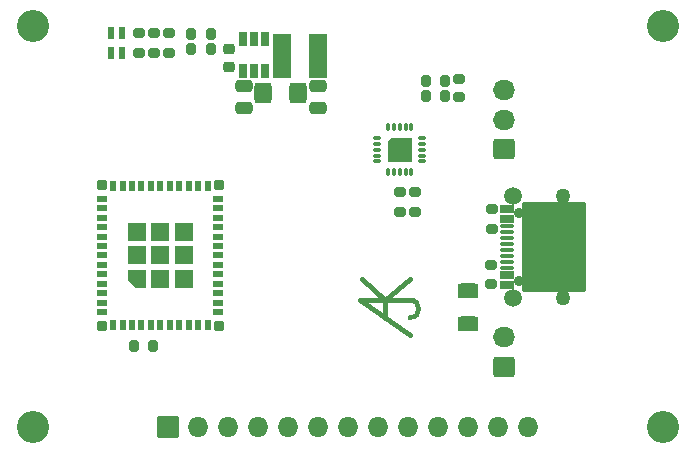
<source format=gbr>
%TF.GenerationSoftware,KiCad,Pcbnew,(6.0.2-0)*%
%TF.CreationDate,2022-03-18T09:55:37+00:00*%
%TF.ProjectId,Epaper213,45706170-6572-4323-9133-2e6b69636164,1*%
%TF.SameCoordinates,Original*%
%TF.FileFunction,Soldermask,Top*%
%TF.FilePolarity,Negative*%
%FSLAX46Y46*%
G04 Gerber Fmt 4.6, Leading zero omitted, Abs format (unit mm)*
G04 Created by KiCad (PCBNEW (6.0.2-0)) date 2022-03-18 09:55:37*
%MOMM*%
%LPD*%
G01*
G04 APERTURE LIST*
G04 Aperture macros list*
%AMRoundRect*
0 Rectangle with rounded corners*
0 $1 Rounding radius*
0 $2 $3 $4 $5 $6 $7 $8 $9 X,Y pos of 4 corners*
0 Add a 4 corners polygon primitive as box body*
4,1,4,$2,$3,$4,$5,$6,$7,$8,$9,$2,$3,0*
0 Add four circle primitives for the rounded corners*
1,1,$1+$1,$2,$3*
1,1,$1+$1,$4,$5*
1,1,$1+$1,$6,$7*
1,1,$1+$1,$8,$9*
0 Add four rect primitives between the rounded corners*
20,1,$1+$1,$2,$3,$4,$5,0*
20,1,$1+$1,$4,$5,$6,$7,0*
20,1,$1+$1,$6,$7,$8,$9,0*
20,1,$1+$1,$8,$9,$2,$3,0*%
%AMFreePoly0*
4,1,14,1.007071,1.007071,1.010000,1.000000,1.010000,-1.000000,1.007071,-1.007071,1.000000,-1.010000,-1.000000,-1.010000,-1.007071,-1.007071,-1.010000,-1.000000,-1.010000,0.750000,-1.007071,0.757071,-0.757071,1.007071,-0.750000,1.010000,1.000000,1.010000,1.007071,1.007071,1.007071,1.007071,$1*%
%AMFreePoly1*
4,1,14,0.732071,0.732071,0.735000,0.725000,0.735000,-0.725000,0.732071,-0.732071,0.725000,-0.735000,-0.725000,-0.735000,-0.732071,-0.732071,-0.735000,-0.725000,-0.735000,0.130500,-0.732071,0.137571,-0.137571,0.732071,-0.130500,0.735000,0.725000,0.735000,0.732071,0.732071,0.732071,0.732071,$1*%
G04 Aperture macros list end*
%ADD10C,0.450000*%
%ADD11C,2.720000*%
%ADD12RoundRect,0.072500X-0.287500X-0.062500X0.287500X-0.062500X0.287500X0.062500X-0.287500X0.062500X0*%
%ADD13RoundRect,0.072500X-0.062500X-0.287500X0.062500X-0.287500X0.062500X0.287500X-0.062500X0.287500X0*%
%ADD14FreePoly0,0.000000*%
%ADD15RoundRect,0.010000X0.570000X-0.300000X0.570000X0.300000X-0.570000X0.300000X-0.570000X-0.300000X0*%
%ADD16RoundRect,0.085000X0.495000X-0.075000X0.495000X0.075000X-0.495000X0.075000X-0.495000X-0.075000X0*%
%ADD17C,0.870000*%
%ADD18C,1.270000*%
%ADD19RoundRect,0.010000X2.625000X-3.750000X2.625000X3.750000X-2.625000X3.750000X-2.625000X-3.750000X0*%
%ADD20C,1.520000*%
%ADD21RoundRect,0.210000X-0.275000X0.200000X-0.275000X-0.200000X0.275000X-0.200000X0.275000X0.200000X0*%
%ADD22RoundRect,0.260000X0.675000X-0.600000X0.675000X0.600000X-0.675000X0.600000X-0.675000X-0.600000X0*%
%ADD23O,1.870000X1.720000*%
%ADD24RoundRect,0.210000X0.200000X0.275000X-0.200000X0.275000X-0.200000X-0.275000X0.200000X-0.275000X0*%
%ADD25RoundRect,0.235000X0.250000X-0.225000X0.250000X0.225000X-0.250000X0.225000X-0.250000X-0.225000X0*%
%ADD26RoundRect,0.010000X0.300000X-0.550000X0.300000X0.550000X-0.300000X0.550000X-0.300000X-0.550000X0*%
%ADD27RoundRect,0.259375X-0.463125X-0.625625X0.463125X-0.625625X0.463125X0.625625X-0.463125X0.625625X0*%
%ADD28RoundRect,0.010000X0.712500X-1.850000X0.712500X1.850000X-0.712500X1.850000X-0.712500X-1.850000X0*%
%ADD29RoundRect,0.260000X-0.475000X0.250000X-0.475000X-0.250000X0.475000X-0.250000X0.475000X0.250000X0*%
%ADD30RoundRect,0.210000X-0.200000X-0.275000X0.200000X-0.275000X0.200000X0.275000X-0.200000X0.275000X0*%
%ADD31RoundRect,0.010000X0.200000X-0.400000X0.200000X0.400000X-0.200000X0.400000X-0.200000X-0.400000X0*%
%ADD32RoundRect,0.010000X0.400000X-0.200000X0.400000X0.200000X-0.400000X0.200000X-0.400000X-0.200000X0*%
%ADD33FreePoly1,90.000000*%
%ADD34RoundRect,0.010000X0.725000X-0.725000X0.725000X0.725000X-0.725000X0.725000X-0.725000X-0.725000X0*%
%ADD35RoundRect,0.010000X0.350000X-0.350000X0.350000X0.350000X-0.350000X0.350000X-0.350000X-0.350000X0*%
%ADD36RoundRect,0.210000X0.275000X-0.200000X0.275000X0.200000X-0.275000X0.200000X-0.275000X-0.200000X0*%
%ADD37RoundRect,0.260000X0.625000X-0.375000X0.625000X0.375000X-0.625000X0.375000X-0.625000X-0.375000X0*%
%ADD38RoundRect,0.010000X0.850000X-0.850000X0.850000X0.850000X-0.850000X0.850000X-0.850000X-0.850000X0*%
%ADD39O,1.720000X1.720000*%
%ADD40RoundRect,0.010000X-0.250000X0.425000X-0.250000X-0.425000X0.250000X-0.425000X0.250000X0.425000X0*%
G04 APERTURE END LIST*
D10*
%TO.C,Logo1*%
X152211000Y-90840000D02*
X156411000Y-90840000D01*
X152311000Y-89040000D02*
X154311000Y-90840000D01*
X154311000Y-90840000D02*
X154311000Y-92340000D01*
X152211000Y-90840000D02*
X156411000Y-93840000D01*
X154311000Y-90840000D02*
X156411000Y-89040000D01*
X156411000Y-92340000D02*
G75*
G03*
X156411000Y-90840000I0J750000D01*
G01*
%TD*%
D11*
%TO.C,H2*%
X124460000Y-67680000D03*
%TD*%
D12*
%TO.C,U2*%
X153635000Y-77105000D03*
X153635000Y-77605000D03*
X153635000Y-78105000D03*
X153635000Y-78605000D03*
X153635000Y-79105000D03*
D13*
X154535000Y-80005000D03*
X155035000Y-80005000D03*
X155535000Y-80005000D03*
X156035000Y-80005000D03*
X156535000Y-80005000D03*
D12*
X157435000Y-79105000D03*
X157435000Y-78605000D03*
X157435000Y-78105000D03*
X157435000Y-77605000D03*
X157435000Y-77105000D03*
D13*
X156535000Y-76205000D03*
X156035000Y-76205000D03*
X155535000Y-76205000D03*
X155035000Y-76205000D03*
X154535000Y-76205000D03*
D14*
X155535000Y-78105000D03*
%TD*%
D15*
%TO.C,J1*%
X164590000Y-89560000D03*
X164590000Y-88760000D03*
D16*
X164590000Y-87610000D03*
X164590000Y-86610000D03*
X164590000Y-86110000D03*
X164590000Y-85110000D03*
D15*
X164590000Y-83160000D03*
X164590000Y-83960000D03*
D16*
X164590000Y-84610000D03*
X164590000Y-85610000D03*
X164590000Y-87110000D03*
X164590000Y-88110000D03*
D17*
X165660000Y-83470000D03*
D18*
X169340000Y-90680000D03*
D19*
X168575000Y-86360000D03*
D20*
X165170000Y-90680000D03*
D17*
X165660000Y-89250000D03*
D18*
X169340000Y-82040000D03*
D20*
X165170000Y-82040000D03*
%TD*%
D11*
%TO.C,H4*%
X177800000Y-101600000D03*
%TD*%
D21*
%TO.C,C4*%
X160528000Y-72110000D03*
X160528000Y-73660000D03*
%TD*%
D11*
%TO.C,H3*%
X124460000Y-101600000D03*
%TD*%
D22*
%TO.C,J3*%
X164355000Y-78065000D03*
D23*
X164355000Y-75565000D03*
X164355000Y-73065000D03*
%TD*%
D24*
%TO.C,R7*%
X159408000Y-73530000D03*
X157758000Y-73530000D03*
%TD*%
D22*
%TO.C,J2*%
X164355000Y-96500000D03*
D23*
X164355000Y-94000000D03*
%TD*%
D25*
%TO.C,U1*%
X141090000Y-71145000D03*
D26*
X144140000Y-68770000D03*
X144140000Y-71470000D03*
D27*
X143987500Y-73290000D03*
D25*
X141090000Y-69595000D03*
D28*
X145590000Y-70170000D03*
D26*
X142240000Y-71470000D03*
X143190000Y-71470000D03*
D29*
X142340000Y-72720000D03*
X142340000Y-74620000D03*
X148590000Y-74620000D03*
D26*
X143190000Y-68770000D03*
D27*
X146952500Y-73290000D03*
D29*
X148590000Y-72720000D03*
D28*
X148590000Y-70170000D03*
D26*
X142240000Y-68770000D03*
%TD*%
D21*
%TO.C,R11*%
X133460000Y-68263000D03*
X133460000Y-69913000D03*
%TD*%
D30*
%TO.C,R9*%
X133033000Y-94742000D03*
X134683000Y-94742000D03*
%TD*%
D24*
%TO.C,R1*%
X139556000Y-68326000D03*
X137906000Y-68326000D03*
%TD*%
D11*
%TO.C,H1*%
X177800000Y-67680000D03*
%TD*%
D31*
%TO.C,U3*%
X131273250Y-92970000D03*
X132073250Y-92970000D03*
X132873250Y-92970000D03*
X133673250Y-92970000D03*
X134473250Y-92970000D03*
X135273250Y-92970000D03*
X136073250Y-92970000D03*
X136873250Y-92970000D03*
X137673250Y-92970000D03*
X138473250Y-92970000D03*
X139273250Y-92970000D03*
D32*
X140173250Y-91870000D03*
X140173250Y-91070000D03*
X140173250Y-90270000D03*
X140173250Y-89470000D03*
X140173250Y-88670000D03*
X140173250Y-87870000D03*
X140173250Y-87070000D03*
X140173250Y-86270000D03*
X140173250Y-85470000D03*
X140173250Y-84670000D03*
X140173250Y-83870000D03*
X140173250Y-83070000D03*
X140173250Y-82270000D03*
D31*
X139273250Y-81170000D03*
X138473250Y-81170000D03*
X137673250Y-81170000D03*
X136873250Y-81170000D03*
X136073250Y-81170000D03*
X135273250Y-81170000D03*
X134473250Y-81170000D03*
X133673250Y-81170000D03*
X132873250Y-81170000D03*
X132073250Y-81170000D03*
X131273250Y-81170000D03*
D32*
X130373250Y-82270000D03*
X130373250Y-83070000D03*
X130373250Y-83870000D03*
X130373250Y-84670000D03*
X130373250Y-85470000D03*
X130373250Y-86270000D03*
X130373250Y-87070000D03*
X130373250Y-87870000D03*
X130373250Y-88670000D03*
X130373250Y-89470000D03*
X130373250Y-90270000D03*
X130373250Y-91070000D03*
X130373250Y-91870000D03*
D33*
X133298250Y-89045000D03*
D34*
X137248250Y-87070000D03*
X137248250Y-89045000D03*
X133298250Y-87070000D03*
X137248250Y-85095000D03*
X135273250Y-87070000D03*
X133298250Y-85095000D03*
X135273250Y-85095000D03*
X135273250Y-89045000D03*
D35*
X130323250Y-81120000D03*
X140223250Y-81120000D03*
X140223250Y-93020000D03*
X130323250Y-93020000D03*
%TD*%
D36*
%TO.C,R6*%
X155535000Y-83375000D03*
X155535000Y-81725000D03*
%TD*%
D37*
%TO.C,D2*%
X161290000Y-92840000D03*
X161290000Y-90040000D03*
%TD*%
D21*
%TO.C,R10*%
X134730000Y-68263000D03*
X134730000Y-69913000D03*
%TD*%
D30*
%TO.C,R8*%
X157758000Y-72260000D03*
X159408000Y-72260000D03*
%TD*%
D36*
%TO.C,R4*%
X163322000Y-84825000D03*
X163322000Y-83175000D03*
%TD*%
D21*
%TO.C,R3*%
X163300000Y-87875000D03*
X163300000Y-89525000D03*
%TD*%
%TO.C,R12*%
X136000000Y-68263000D03*
X136000000Y-69913000D03*
%TD*%
D38*
%TO.C,M1*%
X135890000Y-101600000D03*
D39*
X138430000Y-101600000D03*
X140970000Y-101600000D03*
X143510000Y-101600000D03*
X146050000Y-101600000D03*
X148590000Y-101600000D03*
X151130000Y-101600000D03*
X153670000Y-101600000D03*
X156210000Y-101600000D03*
X158750000Y-101600000D03*
X161290000Y-101600000D03*
X163830000Y-101600000D03*
X166370000Y-101600000D03*
%TD*%
D40*
%TO.C,D3*%
X131055000Y-69963000D03*
X131055000Y-68213000D03*
X132055000Y-68213000D03*
X132055000Y-69963000D03*
%TD*%
D30*
%TO.C,R2*%
X137906000Y-69596000D03*
X139556000Y-69596000D03*
%TD*%
D36*
%TO.C,R5*%
X156805000Y-83375000D03*
X156805000Y-81725000D03*
%TD*%
M02*

</source>
